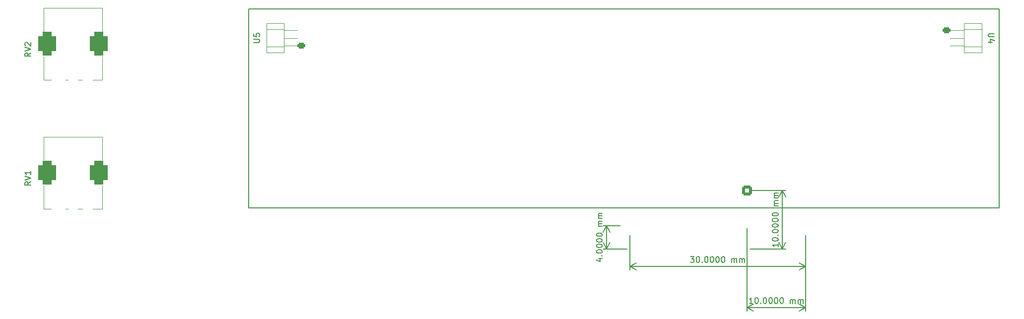
<source format=gto>
G04 #@! TF.GenerationSoftware,KiCad,Pcbnew,8.0.7*
G04 #@! TF.CreationDate,2025-06-18T23:26:37-07:00*
G04 #@! TF.ProjectId,ESP32_MIDI_Summer25_GTR.kicad_pro,45535033-325f-44d4-9944-495f53756d6d,rev?*
G04 #@! TF.SameCoordinates,Original*
G04 #@! TF.FileFunction,Legend,Top*
G04 #@! TF.FilePolarity,Positive*
%FSLAX46Y46*%
G04 Gerber Fmt 4.6, Leading zero omitted, Abs format (unit mm)*
G04 Created by KiCad (PCBNEW 8.0.7) date 2025-06-18 23:26:37*
%MOMM*%
%LPD*%
G01*
G04 APERTURE LIST*
G04 Aperture macros list*
%AMRoundRect*
0 Rectangle with rounded corners*
0 $1 Rounding radius*
0 $2 $3 $4 $5 $6 $7 $8 $9 X,Y pos of 4 corners*
0 Add a 4 corners polygon primitive as box body*
4,1,4,$2,$3,$4,$5,$6,$7,$8,$9,$2,$3,0*
0 Add four circle primitives for the rounded corners*
1,1,$1+$1,$2,$3*
1,1,$1+$1,$4,$5*
1,1,$1+$1,$6,$7*
1,1,$1+$1,$8,$9*
0 Add four rect primitives between the rounded corners*
20,1,$1+$1,$2,$3,$4,$5,0*
20,1,$1+$1,$4,$5,$6,$7,0*
20,1,$1+$1,$6,$7,$8,$9,0*
20,1,$1+$1,$8,$9,$2,$3,0*%
G04 Aperture macros list end*
%ADD10C,0.200000*%
%ADD11C,0.150000*%
%ADD12C,0.120000*%
%ADD13R,1.800000X1.800000*%
%ADD14C,1.800000*%
%ADD15RoundRect,0.750000X0.750000X-1.250000X0.750000X1.250000X-0.750000X1.250000X-0.750000X-1.250000X0*%
%ADD16C,3.200000*%
%ADD17C,4.300000*%
%ADD18RoundRect,0.249900X0.400100X-0.275100X0.400100X0.275100X-0.400100X0.275100X-0.400100X-0.275100X0*%
%ADD19O,1.300000X1.050000*%
%ADD20RoundRect,0.249900X-0.400100X0.275100X-0.400100X-0.275100X0.400100X-0.275100X0.400100X0.275100X0*%
%ADD21C,6.800000*%
%ADD22C,11.000000*%
%ADD23C,1.600000*%
%ADD24RoundRect,0.250000X0.600000X-0.600000X0.600000X0.600000X-0.600000X0.600000X-0.600000X-0.600000X0*%
%ADD25C,1.700000*%
%ADD26C,1.400000*%
%ADD27O,1.400000X1.400000*%
G04 APERTURE END LIST*
D10*
X89000000Y-77000000D02*
X217000000Y-77000000D01*
X217000000Y-111000000D01*
X89000000Y-111000000D01*
X89000000Y-77000000D01*
D11*
X179304819Y-117047618D02*
X179304819Y-117619046D01*
X179304819Y-117333332D02*
X178304819Y-117333332D01*
X178304819Y-117333332D02*
X178447676Y-117428570D01*
X178447676Y-117428570D02*
X178542914Y-117523808D01*
X178542914Y-117523808D02*
X178590533Y-117619046D01*
X178304819Y-116428570D02*
X178304819Y-116333332D01*
X178304819Y-116333332D02*
X178352438Y-116238094D01*
X178352438Y-116238094D02*
X178400057Y-116190475D01*
X178400057Y-116190475D02*
X178495295Y-116142856D01*
X178495295Y-116142856D02*
X178685771Y-116095237D01*
X178685771Y-116095237D02*
X178923866Y-116095237D01*
X178923866Y-116095237D02*
X179114342Y-116142856D01*
X179114342Y-116142856D02*
X179209580Y-116190475D01*
X179209580Y-116190475D02*
X179257200Y-116238094D01*
X179257200Y-116238094D02*
X179304819Y-116333332D01*
X179304819Y-116333332D02*
X179304819Y-116428570D01*
X179304819Y-116428570D02*
X179257200Y-116523808D01*
X179257200Y-116523808D02*
X179209580Y-116571427D01*
X179209580Y-116571427D02*
X179114342Y-116619046D01*
X179114342Y-116619046D02*
X178923866Y-116666665D01*
X178923866Y-116666665D02*
X178685771Y-116666665D01*
X178685771Y-116666665D02*
X178495295Y-116619046D01*
X178495295Y-116619046D02*
X178400057Y-116571427D01*
X178400057Y-116571427D02*
X178352438Y-116523808D01*
X178352438Y-116523808D02*
X178304819Y-116428570D01*
X179209580Y-115666665D02*
X179257200Y-115619046D01*
X179257200Y-115619046D02*
X179304819Y-115666665D01*
X179304819Y-115666665D02*
X179257200Y-115714284D01*
X179257200Y-115714284D02*
X179209580Y-115666665D01*
X179209580Y-115666665D02*
X179304819Y-115666665D01*
X178304819Y-114999999D02*
X178304819Y-114904761D01*
X178304819Y-114904761D02*
X178352438Y-114809523D01*
X178352438Y-114809523D02*
X178400057Y-114761904D01*
X178400057Y-114761904D02*
X178495295Y-114714285D01*
X178495295Y-114714285D02*
X178685771Y-114666666D01*
X178685771Y-114666666D02*
X178923866Y-114666666D01*
X178923866Y-114666666D02*
X179114342Y-114714285D01*
X179114342Y-114714285D02*
X179209580Y-114761904D01*
X179209580Y-114761904D02*
X179257200Y-114809523D01*
X179257200Y-114809523D02*
X179304819Y-114904761D01*
X179304819Y-114904761D02*
X179304819Y-114999999D01*
X179304819Y-114999999D02*
X179257200Y-115095237D01*
X179257200Y-115095237D02*
X179209580Y-115142856D01*
X179209580Y-115142856D02*
X179114342Y-115190475D01*
X179114342Y-115190475D02*
X178923866Y-115238094D01*
X178923866Y-115238094D02*
X178685771Y-115238094D01*
X178685771Y-115238094D02*
X178495295Y-115190475D01*
X178495295Y-115190475D02*
X178400057Y-115142856D01*
X178400057Y-115142856D02*
X178352438Y-115095237D01*
X178352438Y-115095237D02*
X178304819Y-114999999D01*
X178304819Y-114047618D02*
X178304819Y-113952380D01*
X178304819Y-113952380D02*
X178352438Y-113857142D01*
X178352438Y-113857142D02*
X178400057Y-113809523D01*
X178400057Y-113809523D02*
X178495295Y-113761904D01*
X178495295Y-113761904D02*
X178685771Y-113714285D01*
X178685771Y-113714285D02*
X178923866Y-113714285D01*
X178923866Y-113714285D02*
X179114342Y-113761904D01*
X179114342Y-113761904D02*
X179209580Y-113809523D01*
X179209580Y-113809523D02*
X179257200Y-113857142D01*
X179257200Y-113857142D02*
X179304819Y-113952380D01*
X179304819Y-113952380D02*
X179304819Y-114047618D01*
X179304819Y-114047618D02*
X179257200Y-114142856D01*
X179257200Y-114142856D02*
X179209580Y-114190475D01*
X179209580Y-114190475D02*
X179114342Y-114238094D01*
X179114342Y-114238094D02*
X178923866Y-114285713D01*
X178923866Y-114285713D02*
X178685771Y-114285713D01*
X178685771Y-114285713D02*
X178495295Y-114238094D01*
X178495295Y-114238094D02*
X178400057Y-114190475D01*
X178400057Y-114190475D02*
X178352438Y-114142856D01*
X178352438Y-114142856D02*
X178304819Y-114047618D01*
X178304819Y-113095237D02*
X178304819Y-112999999D01*
X178304819Y-112999999D02*
X178352438Y-112904761D01*
X178352438Y-112904761D02*
X178400057Y-112857142D01*
X178400057Y-112857142D02*
X178495295Y-112809523D01*
X178495295Y-112809523D02*
X178685771Y-112761904D01*
X178685771Y-112761904D02*
X178923866Y-112761904D01*
X178923866Y-112761904D02*
X179114342Y-112809523D01*
X179114342Y-112809523D02*
X179209580Y-112857142D01*
X179209580Y-112857142D02*
X179257200Y-112904761D01*
X179257200Y-112904761D02*
X179304819Y-112999999D01*
X179304819Y-112999999D02*
X179304819Y-113095237D01*
X179304819Y-113095237D02*
X179257200Y-113190475D01*
X179257200Y-113190475D02*
X179209580Y-113238094D01*
X179209580Y-113238094D02*
X179114342Y-113285713D01*
X179114342Y-113285713D02*
X178923866Y-113333332D01*
X178923866Y-113333332D02*
X178685771Y-113333332D01*
X178685771Y-113333332D02*
X178495295Y-113285713D01*
X178495295Y-113285713D02*
X178400057Y-113238094D01*
X178400057Y-113238094D02*
X178352438Y-113190475D01*
X178352438Y-113190475D02*
X178304819Y-113095237D01*
X178304819Y-112142856D02*
X178304819Y-112047618D01*
X178304819Y-112047618D02*
X178352438Y-111952380D01*
X178352438Y-111952380D02*
X178400057Y-111904761D01*
X178400057Y-111904761D02*
X178495295Y-111857142D01*
X178495295Y-111857142D02*
X178685771Y-111809523D01*
X178685771Y-111809523D02*
X178923866Y-111809523D01*
X178923866Y-111809523D02*
X179114342Y-111857142D01*
X179114342Y-111857142D02*
X179209580Y-111904761D01*
X179209580Y-111904761D02*
X179257200Y-111952380D01*
X179257200Y-111952380D02*
X179304819Y-112047618D01*
X179304819Y-112047618D02*
X179304819Y-112142856D01*
X179304819Y-112142856D02*
X179257200Y-112238094D01*
X179257200Y-112238094D02*
X179209580Y-112285713D01*
X179209580Y-112285713D02*
X179114342Y-112333332D01*
X179114342Y-112333332D02*
X178923866Y-112380951D01*
X178923866Y-112380951D02*
X178685771Y-112380951D01*
X178685771Y-112380951D02*
X178495295Y-112333332D01*
X178495295Y-112333332D02*
X178400057Y-112285713D01*
X178400057Y-112285713D02*
X178352438Y-112238094D01*
X178352438Y-112238094D02*
X178304819Y-112142856D01*
X179304819Y-110619046D02*
X178638152Y-110619046D01*
X178733390Y-110619046D02*
X178685771Y-110571427D01*
X178685771Y-110571427D02*
X178638152Y-110476189D01*
X178638152Y-110476189D02*
X178638152Y-110333332D01*
X178638152Y-110333332D02*
X178685771Y-110238094D01*
X178685771Y-110238094D02*
X178781009Y-110190475D01*
X178781009Y-110190475D02*
X179304819Y-110190475D01*
X178781009Y-110190475D02*
X178685771Y-110142856D01*
X178685771Y-110142856D02*
X178638152Y-110047618D01*
X178638152Y-110047618D02*
X178638152Y-109904761D01*
X178638152Y-109904761D02*
X178685771Y-109809522D01*
X178685771Y-109809522D02*
X178781009Y-109761903D01*
X178781009Y-109761903D02*
X179304819Y-109761903D01*
X179304819Y-109285713D02*
X178638152Y-109285713D01*
X178733390Y-109285713D02*
X178685771Y-109238094D01*
X178685771Y-109238094D02*
X178638152Y-109142856D01*
X178638152Y-109142856D02*
X178638152Y-108999999D01*
X178638152Y-108999999D02*
X178685771Y-108904761D01*
X178685771Y-108904761D02*
X178781009Y-108857142D01*
X178781009Y-108857142D02*
X179304819Y-108857142D01*
X178781009Y-108857142D02*
X178685771Y-108809523D01*
X178685771Y-108809523D02*
X178638152Y-108714285D01*
X178638152Y-108714285D02*
X178638152Y-108571428D01*
X178638152Y-108571428D02*
X178685771Y-108476189D01*
X178685771Y-108476189D02*
X178781009Y-108428570D01*
X178781009Y-108428570D02*
X179304819Y-108428570D01*
X174500000Y-108000000D02*
X180586420Y-108000000D01*
X174500000Y-118000000D02*
X180586420Y-118000000D01*
X180000000Y-108000000D02*
X180000000Y-118000000D01*
X180000000Y-108000000D02*
X180000000Y-118000000D01*
X180000000Y-108000000D02*
X180586421Y-109126504D01*
X180000000Y-108000000D02*
X179413579Y-109126504D01*
X180000000Y-118000000D02*
X179413579Y-116873496D01*
X180000000Y-118000000D02*
X180586421Y-116873496D01*
X174952381Y-127304819D02*
X174380953Y-127304819D01*
X174666667Y-127304819D02*
X174666667Y-126304819D01*
X174666667Y-126304819D02*
X174571429Y-126447676D01*
X174571429Y-126447676D02*
X174476191Y-126542914D01*
X174476191Y-126542914D02*
X174380953Y-126590533D01*
X175571429Y-126304819D02*
X175666667Y-126304819D01*
X175666667Y-126304819D02*
X175761905Y-126352438D01*
X175761905Y-126352438D02*
X175809524Y-126400057D01*
X175809524Y-126400057D02*
X175857143Y-126495295D01*
X175857143Y-126495295D02*
X175904762Y-126685771D01*
X175904762Y-126685771D02*
X175904762Y-126923866D01*
X175904762Y-126923866D02*
X175857143Y-127114342D01*
X175857143Y-127114342D02*
X175809524Y-127209580D01*
X175809524Y-127209580D02*
X175761905Y-127257200D01*
X175761905Y-127257200D02*
X175666667Y-127304819D01*
X175666667Y-127304819D02*
X175571429Y-127304819D01*
X175571429Y-127304819D02*
X175476191Y-127257200D01*
X175476191Y-127257200D02*
X175428572Y-127209580D01*
X175428572Y-127209580D02*
X175380953Y-127114342D01*
X175380953Y-127114342D02*
X175333334Y-126923866D01*
X175333334Y-126923866D02*
X175333334Y-126685771D01*
X175333334Y-126685771D02*
X175380953Y-126495295D01*
X175380953Y-126495295D02*
X175428572Y-126400057D01*
X175428572Y-126400057D02*
X175476191Y-126352438D01*
X175476191Y-126352438D02*
X175571429Y-126304819D01*
X176333334Y-127209580D02*
X176380953Y-127257200D01*
X176380953Y-127257200D02*
X176333334Y-127304819D01*
X176333334Y-127304819D02*
X176285715Y-127257200D01*
X176285715Y-127257200D02*
X176333334Y-127209580D01*
X176333334Y-127209580D02*
X176333334Y-127304819D01*
X177000000Y-126304819D02*
X177095238Y-126304819D01*
X177095238Y-126304819D02*
X177190476Y-126352438D01*
X177190476Y-126352438D02*
X177238095Y-126400057D01*
X177238095Y-126400057D02*
X177285714Y-126495295D01*
X177285714Y-126495295D02*
X177333333Y-126685771D01*
X177333333Y-126685771D02*
X177333333Y-126923866D01*
X177333333Y-126923866D02*
X177285714Y-127114342D01*
X177285714Y-127114342D02*
X177238095Y-127209580D01*
X177238095Y-127209580D02*
X177190476Y-127257200D01*
X177190476Y-127257200D02*
X177095238Y-127304819D01*
X177095238Y-127304819D02*
X177000000Y-127304819D01*
X177000000Y-127304819D02*
X176904762Y-127257200D01*
X176904762Y-127257200D02*
X176857143Y-127209580D01*
X176857143Y-127209580D02*
X176809524Y-127114342D01*
X176809524Y-127114342D02*
X176761905Y-126923866D01*
X176761905Y-126923866D02*
X176761905Y-126685771D01*
X176761905Y-126685771D02*
X176809524Y-126495295D01*
X176809524Y-126495295D02*
X176857143Y-126400057D01*
X176857143Y-126400057D02*
X176904762Y-126352438D01*
X176904762Y-126352438D02*
X177000000Y-126304819D01*
X177952381Y-126304819D02*
X178047619Y-126304819D01*
X178047619Y-126304819D02*
X178142857Y-126352438D01*
X178142857Y-126352438D02*
X178190476Y-126400057D01*
X178190476Y-126400057D02*
X178238095Y-126495295D01*
X178238095Y-126495295D02*
X178285714Y-126685771D01*
X178285714Y-126685771D02*
X178285714Y-126923866D01*
X178285714Y-126923866D02*
X178238095Y-127114342D01*
X178238095Y-127114342D02*
X178190476Y-127209580D01*
X178190476Y-127209580D02*
X178142857Y-127257200D01*
X178142857Y-127257200D02*
X178047619Y-127304819D01*
X178047619Y-127304819D02*
X177952381Y-127304819D01*
X177952381Y-127304819D02*
X177857143Y-127257200D01*
X177857143Y-127257200D02*
X177809524Y-127209580D01*
X177809524Y-127209580D02*
X177761905Y-127114342D01*
X177761905Y-127114342D02*
X177714286Y-126923866D01*
X177714286Y-126923866D02*
X177714286Y-126685771D01*
X177714286Y-126685771D02*
X177761905Y-126495295D01*
X177761905Y-126495295D02*
X177809524Y-126400057D01*
X177809524Y-126400057D02*
X177857143Y-126352438D01*
X177857143Y-126352438D02*
X177952381Y-126304819D01*
X178904762Y-126304819D02*
X179000000Y-126304819D01*
X179000000Y-126304819D02*
X179095238Y-126352438D01*
X179095238Y-126352438D02*
X179142857Y-126400057D01*
X179142857Y-126400057D02*
X179190476Y-126495295D01*
X179190476Y-126495295D02*
X179238095Y-126685771D01*
X179238095Y-126685771D02*
X179238095Y-126923866D01*
X179238095Y-126923866D02*
X179190476Y-127114342D01*
X179190476Y-127114342D02*
X179142857Y-127209580D01*
X179142857Y-127209580D02*
X179095238Y-127257200D01*
X179095238Y-127257200D02*
X179000000Y-127304819D01*
X179000000Y-127304819D02*
X178904762Y-127304819D01*
X178904762Y-127304819D02*
X178809524Y-127257200D01*
X178809524Y-127257200D02*
X178761905Y-127209580D01*
X178761905Y-127209580D02*
X178714286Y-127114342D01*
X178714286Y-127114342D02*
X178666667Y-126923866D01*
X178666667Y-126923866D02*
X178666667Y-126685771D01*
X178666667Y-126685771D02*
X178714286Y-126495295D01*
X178714286Y-126495295D02*
X178761905Y-126400057D01*
X178761905Y-126400057D02*
X178809524Y-126352438D01*
X178809524Y-126352438D02*
X178904762Y-126304819D01*
X179857143Y-126304819D02*
X179952381Y-126304819D01*
X179952381Y-126304819D02*
X180047619Y-126352438D01*
X180047619Y-126352438D02*
X180095238Y-126400057D01*
X180095238Y-126400057D02*
X180142857Y-126495295D01*
X180142857Y-126495295D02*
X180190476Y-126685771D01*
X180190476Y-126685771D02*
X180190476Y-126923866D01*
X180190476Y-126923866D02*
X180142857Y-127114342D01*
X180142857Y-127114342D02*
X180095238Y-127209580D01*
X180095238Y-127209580D02*
X180047619Y-127257200D01*
X180047619Y-127257200D02*
X179952381Y-127304819D01*
X179952381Y-127304819D02*
X179857143Y-127304819D01*
X179857143Y-127304819D02*
X179761905Y-127257200D01*
X179761905Y-127257200D02*
X179714286Y-127209580D01*
X179714286Y-127209580D02*
X179666667Y-127114342D01*
X179666667Y-127114342D02*
X179619048Y-126923866D01*
X179619048Y-126923866D02*
X179619048Y-126685771D01*
X179619048Y-126685771D02*
X179666667Y-126495295D01*
X179666667Y-126495295D02*
X179714286Y-126400057D01*
X179714286Y-126400057D02*
X179761905Y-126352438D01*
X179761905Y-126352438D02*
X179857143Y-126304819D01*
X181380953Y-127304819D02*
X181380953Y-126638152D01*
X181380953Y-126733390D02*
X181428572Y-126685771D01*
X181428572Y-126685771D02*
X181523810Y-126638152D01*
X181523810Y-126638152D02*
X181666667Y-126638152D01*
X181666667Y-126638152D02*
X181761905Y-126685771D01*
X181761905Y-126685771D02*
X181809524Y-126781009D01*
X181809524Y-126781009D02*
X181809524Y-127304819D01*
X181809524Y-126781009D02*
X181857143Y-126685771D01*
X181857143Y-126685771D02*
X181952381Y-126638152D01*
X181952381Y-126638152D02*
X182095238Y-126638152D01*
X182095238Y-126638152D02*
X182190477Y-126685771D01*
X182190477Y-126685771D02*
X182238096Y-126781009D01*
X182238096Y-126781009D02*
X182238096Y-127304819D01*
X182714286Y-127304819D02*
X182714286Y-126638152D01*
X182714286Y-126733390D02*
X182761905Y-126685771D01*
X182761905Y-126685771D02*
X182857143Y-126638152D01*
X182857143Y-126638152D02*
X183000000Y-126638152D01*
X183000000Y-126638152D02*
X183095238Y-126685771D01*
X183095238Y-126685771D02*
X183142857Y-126781009D01*
X183142857Y-126781009D02*
X183142857Y-127304819D01*
X183142857Y-126781009D02*
X183190476Y-126685771D01*
X183190476Y-126685771D02*
X183285714Y-126638152D01*
X183285714Y-126638152D02*
X183428571Y-126638152D01*
X183428571Y-126638152D02*
X183523810Y-126685771D01*
X183523810Y-126685771D02*
X183571429Y-126781009D01*
X183571429Y-126781009D02*
X183571429Y-127304819D01*
X184000000Y-114500000D02*
X184000000Y-128586420D01*
X174000000Y-114500000D02*
X174000000Y-128586420D01*
X184000000Y-128000000D02*
X174000000Y-128000000D01*
X184000000Y-128000000D02*
X174000000Y-128000000D01*
X184000000Y-128000000D02*
X182873496Y-128586421D01*
X184000000Y-128000000D02*
X182873496Y-127413579D01*
X174000000Y-128000000D02*
X175126504Y-127413579D01*
X174000000Y-128000000D02*
X175126504Y-128586421D01*
X148638152Y-119666666D02*
X149304819Y-119666666D01*
X148257200Y-119904761D02*
X148971485Y-120142856D01*
X148971485Y-120142856D02*
X148971485Y-119523809D01*
X149209580Y-119142856D02*
X149257200Y-119095237D01*
X149257200Y-119095237D02*
X149304819Y-119142856D01*
X149304819Y-119142856D02*
X149257200Y-119190475D01*
X149257200Y-119190475D02*
X149209580Y-119142856D01*
X149209580Y-119142856D02*
X149304819Y-119142856D01*
X148304819Y-118476190D02*
X148304819Y-118380952D01*
X148304819Y-118380952D02*
X148352438Y-118285714D01*
X148352438Y-118285714D02*
X148400057Y-118238095D01*
X148400057Y-118238095D02*
X148495295Y-118190476D01*
X148495295Y-118190476D02*
X148685771Y-118142857D01*
X148685771Y-118142857D02*
X148923866Y-118142857D01*
X148923866Y-118142857D02*
X149114342Y-118190476D01*
X149114342Y-118190476D02*
X149209580Y-118238095D01*
X149209580Y-118238095D02*
X149257200Y-118285714D01*
X149257200Y-118285714D02*
X149304819Y-118380952D01*
X149304819Y-118380952D02*
X149304819Y-118476190D01*
X149304819Y-118476190D02*
X149257200Y-118571428D01*
X149257200Y-118571428D02*
X149209580Y-118619047D01*
X149209580Y-118619047D02*
X149114342Y-118666666D01*
X149114342Y-118666666D02*
X148923866Y-118714285D01*
X148923866Y-118714285D02*
X148685771Y-118714285D01*
X148685771Y-118714285D02*
X148495295Y-118666666D01*
X148495295Y-118666666D02*
X148400057Y-118619047D01*
X148400057Y-118619047D02*
X148352438Y-118571428D01*
X148352438Y-118571428D02*
X148304819Y-118476190D01*
X148304819Y-117523809D02*
X148304819Y-117428571D01*
X148304819Y-117428571D02*
X148352438Y-117333333D01*
X148352438Y-117333333D02*
X148400057Y-117285714D01*
X148400057Y-117285714D02*
X148495295Y-117238095D01*
X148495295Y-117238095D02*
X148685771Y-117190476D01*
X148685771Y-117190476D02*
X148923866Y-117190476D01*
X148923866Y-117190476D02*
X149114342Y-117238095D01*
X149114342Y-117238095D02*
X149209580Y-117285714D01*
X149209580Y-117285714D02*
X149257200Y-117333333D01*
X149257200Y-117333333D02*
X149304819Y-117428571D01*
X149304819Y-117428571D02*
X149304819Y-117523809D01*
X149304819Y-117523809D02*
X149257200Y-117619047D01*
X149257200Y-117619047D02*
X149209580Y-117666666D01*
X149209580Y-117666666D02*
X149114342Y-117714285D01*
X149114342Y-117714285D02*
X148923866Y-117761904D01*
X148923866Y-117761904D02*
X148685771Y-117761904D01*
X148685771Y-117761904D02*
X148495295Y-117714285D01*
X148495295Y-117714285D02*
X148400057Y-117666666D01*
X148400057Y-117666666D02*
X148352438Y-117619047D01*
X148352438Y-117619047D02*
X148304819Y-117523809D01*
X148304819Y-116571428D02*
X148304819Y-116476190D01*
X148304819Y-116476190D02*
X148352438Y-116380952D01*
X148352438Y-116380952D02*
X148400057Y-116333333D01*
X148400057Y-116333333D02*
X148495295Y-116285714D01*
X148495295Y-116285714D02*
X148685771Y-116238095D01*
X148685771Y-116238095D02*
X148923866Y-116238095D01*
X148923866Y-116238095D02*
X149114342Y-116285714D01*
X149114342Y-116285714D02*
X149209580Y-116333333D01*
X149209580Y-116333333D02*
X149257200Y-116380952D01*
X149257200Y-116380952D02*
X149304819Y-116476190D01*
X149304819Y-116476190D02*
X149304819Y-116571428D01*
X149304819Y-116571428D02*
X149257200Y-116666666D01*
X149257200Y-116666666D02*
X149209580Y-116714285D01*
X149209580Y-116714285D02*
X149114342Y-116761904D01*
X149114342Y-116761904D02*
X148923866Y-116809523D01*
X148923866Y-116809523D02*
X148685771Y-116809523D01*
X148685771Y-116809523D02*
X148495295Y-116761904D01*
X148495295Y-116761904D02*
X148400057Y-116714285D01*
X148400057Y-116714285D02*
X148352438Y-116666666D01*
X148352438Y-116666666D02*
X148304819Y-116571428D01*
X148304819Y-115619047D02*
X148304819Y-115523809D01*
X148304819Y-115523809D02*
X148352438Y-115428571D01*
X148352438Y-115428571D02*
X148400057Y-115380952D01*
X148400057Y-115380952D02*
X148495295Y-115333333D01*
X148495295Y-115333333D02*
X148685771Y-115285714D01*
X148685771Y-115285714D02*
X148923866Y-115285714D01*
X148923866Y-115285714D02*
X149114342Y-115333333D01*
X149114342Y-115333333D02*
X149209580Y-115380952D01*
X149209580Y-115380952D02*
X149257200Y-115428571D01*
X149257200Y-115428571D02*
X149304819Y-115523809D01*
X149304819Y-115523809D02*
X149304819Y-115619047D01*
X149304819Y-115619047D02*
X149257200Y-115714285D01*
X149257200Y-115714285D02*
X149209580Y-115761904D01*
X149209580Y-115761904D02*
X149114342Y-115809523D01*
X149114342Y-115809523D02*
X148923866Y-115857142D01*
X148923866Y-115857142D02*
X148685771Y-115857142D01*
X148685771Y-115857142D02*
X148495295Y-115809523D01*
X148495295Y-115809523D02*
X148400057Y-115761904D01*
X148400057Y-115761904D02*
X148352438Y-115714285D01*
X148352438Y-115714285D02*
X148304819Y-115619047D01*
X149304819Y-114095237D02*
X148638152Y-114095237D01*
X148733390Y-114095237D02*
X148685771Y-114047618D01*
X148685771Y-114047618D02*
X148638152Y-113952380D01*
X148638152Y-113952380D02*
X148638152Y-113809523D01*
X148638152Y-113809523D02*
X148685771Y-113714285D01*
X148685771Y-113714285D02*
X148781009Y-113666666D01*
X148781009Y-113666666D02*
X149304819Y-113666666D01*
X148781009Y-113666666D02*
X148685771Y-113619047D01*
X148685771Y-113619047D02*
X148638152Y-113523809D01*
X148638152Y-113523809D02*
X148638152Y-113380952D01*
X148638152Y-113380952D02*
X148685771Y-113285713D01*
X148685771Y-113285713D02*
X148781009Y-113238094D01*
X148781009Y-113238094D02*
X149304819Y-113238094D01*
X149304819Y-112761904D02*
X148638152Y-112761904D01*
X148733390Y-112761904D02*
X148685771Y-112714285D01*
X148685771Y-112714285D02*
X148638152Y-112619047D01*
X148638152Y-112619047D02*
X148638152Y-112476190D01*
X148638152Y-112476190D02*
X148685771Y-112380952D01*
X148685771Y-112380952D02*
X148781009Y-112333333D01*
X148781009Y-112333333D02*
X149304819Y-112333333D01*
X148781009Y-112333333D02*
X148685771Y-112285714D01*
X148685771Y-112285714D02*
X148638152Y-112190476D01*
X148638152Y-112190476D02*
X148638152Y-112047619D01*
X148638152Y-112047619D02*
X148685771Y-111952380D01*
X148685771Y-111952380D02*
X148781009Y-111904761D01*
X148781009Y-111904761D02*
X149304819Y-111904761D01*
X153500000Y-114000000D02*
X149413580Y-114000000D01*
X153500000Y-118000000D02*
X149413580Y-118000000D01*
X150000000Y-114000000D02*
X150000000Y-118000000D01*
X150000000Y-114000000D02*
X150000000Y-118000000D01*
X150000000Y-114000000D02*
X150586421Y-115126504D01*
X150000000Y-114000000D02*
X149413579Y-115126504D01*
X150000000Y-118000000D02*
X149413579Y-116873496D01*
X150000000Y-118000000D02*
X150586421Y-116873496D01*
X164333334Y-119304818D02*
X164952381Y-119304818D01*
X164952381Y-119304818D02*
X164619048Y-119685770D01*
X164619048Y-119685770D02*
X164761905Y-119685770D01*
X164761905Y-119685770D02*
X164857143Y-119733389D01*
X164857143Y-119733389D02*
X164904762Y-119781008D01*
X164904762Y-119781008D02*
X164952381Y-119876246D01*
X164952381Y-119876246D02*
X164952381Y-120114341D01*
X164952381Y-120114341D02*
X164904762Y-120209579D01*
X164904762Y-120209579D02*
X164857143Y-120257199D01*
X164857143Y-120257199D02*
X164761905Y-120304818D01*
X164761905Y-120304818D02*
X164476191Y-120304818D01*
X164476191Y-120304818D02*
X164380953Y-120257199D01*
X164380953Y-120257199D02*
X164333334Y-120209579D01*
X165571429Y-119304818D02*
X165666667Y-119304818D01*
X165666667Y-119304818D02*
X165761905Y-119352437D01*
X165761905Y-119352437D02*
X165809524Y-119400056D01*
X165809524Y-119400056D02*
X165857143Y-119495294D01*
X165857143Y-119495294D02*
X165904762Y-119685770D01*
X165904762Y-119685770D02*
X165904762Y-119923865D01*
X165904762Y-119923865D02*
X165857143Y-120114341D01*
X165857143Y-120114341D02*
X165809524Y-120209579D01*
X165809524Y-120209579D02*
X165761905Y-120257199D01*
X165761905Y-120257199D02*
X165666667Y-120304818D01*
X165666667Y-120304818D02*
X165571429Y-120304818D01*
X165571429Y-120304818D02*
X165476191Y-120257199D01*
X165476191Y-120257199D02*
X165428572Y-120209579D01*
X165428572Y-120209579D02*
X165380953Y-120114341D01*
X165380953Y-120114341D02*
X165333334Y-119923865D01*
X165333334Y-119923865D02*
X165333334Y-119685770D01*
X165333334Y-119685770D02*
X165380953Y-119495294D01*
X165380953Y-119495294D02*
X165428572Y-119400056D01*
X165428572Y-119400056D02*
X165476191Y-119352437D01*
X165476191Y-119352437D02*
X165571429Y-119304818D01*
X166333334Y-120209579D02*
X166380953Y-120257199D01*
X166380953Y-120257199D02*
X166333334Y-120304818D01*
X166333334Y-120304818D02*
X166285715Y-120257199D01*
X166285715Y-120257199D02*
X166333334Y-120209579D01*
X166333334Y-120209579D02*
X166333334Y-120304818D01*
X167000000Y-119304818D02*
X167095238Y-119304818D01*
X167095238Y-119304818D02*
X167190476Y-119352437D01*
X167190476Y-119352437D02*
X167238095Y-119400056D01*
X167238095Y-119400056D02*
X167285714Y-119495294D01*
X167285714Y-119495294D02*
X167333333Y-119685770D01*
X167333333Y-119685770D02*
X167333333Y-119923865D01*
X167333333Y-119923865D02*
X167285714Y-120114341D01*
X167285714Y-120114341D02*
X167238095Y-120209579D01*
X167238095Y-120209579D02*
X167190476Y-120257199D01*
X167190476Y-120257199D02*
X167095238Y-120304818D01*
X167095238Y-120304818D02*
X167000000Y-120304818D01*
X167000000Y-120304818D02*
X166904762Y-120257199D01*
X166904762Y-120257199D02*
X166857143Y-120209579D01*
X166857143Y-120209579D02*
X166809524Y-120114341D01*
X166809524Y-120114341D02*
X166761905Y-119923865D01*
X166761905Y-119923865D02*
X166761905Y-119685770D01*
X166761905Y-119685770D02*
X166809524Y-119495294D01*
X166809524Y-119495294D02*
X166857143Y-119400056D01*
X166857143Y-119400056D02*
X166904762Y-119352437D01*
X166904762Y-119352437D02*
X167000000Y-119304818D01*
X167952381Y-119304818D02*
X168047619Y-119304818D01*
X168047619Y-119304818D02*
X168142857Y-119352437D01*
X168142857Y-119352437D02*
X168190476Y-119400056D01*
X168190476Y-119400056D02*
X168238095Y-119495294D01*
X168238095Y-119495294D02*
X168285714Y-119685770D01*
X168285714Y-119685770D02*
X168285714Y-119923865D01*
X168285714Y-119923865D02*
X168238095Y-120114341D01*
X168238095Y-120114341D02*
X168190476Y-120209579D01*
X168190476Y-120209579D02*
X168142857Y-120257199D01*
X168142857Y-120257199D02*
X168047619Y-120304818D01*
X168047619Y-120304818D02*
X167952381Y-120304818D01*
X167952381Y-120304818D02*
X167857143Y-120257199D01*
X167857143Y-120257199D02*
X167809524Y-120209579D01*
X167809524Y-120209579D02*
X167761905Y-120114341D01*
X167761905Y-120114341D02*
X167714286Y-119923865D01*
X167714286Y-119923865D02*
X167714286Y-119685770D01*
X167714286Y-119685770D02*
X167761905Y-119495294D01*
X167761905Y-119495294D02*
X167809524Y-119400056D01*
X167809524Y-119400056D02*
X167857143Y-119352437D01*
X167857143Y-119352437D02*
X167952381Y-119304818D01*
X168904762Y-119304818D02*
X169000000Y-119304818D01*
X169000000Y-119304818D02*
X169095238Y-119352437D01*
X169095238Y-119352437D02*
X169142857Y-119400056D01*
X169142857Y-119400056D02*
X169190476Y-119495294D01*
X169190476Y-119495294D02*
X169238095Y-119685770D01*
X169238095Y-119685770D02*
X169238095Y-119923865D01*
X169238095Y-119923865D02*
X169190476Y-120114341D01*
X169190476Y-120114341D02*
X169142857Y-120209579D01*
X169142857Y-120209579D02*
X169095238Y-120257199D01*
X169095238Y-120257199D02*
X169000000Y-120304818D01*
X169000000Y-120304818D02*
X168904762Y-120304818D01*
X168904762Y-120304818D02*
X168809524Y-120257199D01*
X168809524Y-120257199D02*
X168761905Y-120209579D01*
X168761905Y-120209579D02*
X168714286Y-120114341D01*
X168714286Y-120114341D02*
X168666667Y-119923865D01*
X168666667Y-119923865D02*
X168666667Y-119685770D01*
X168666667Y-119685770D02*
X168714286Y-119495294D01*
X168714286Y-119495294D02*
X168761905Y-119400056D01*
X168761905Y-119400056D02*
X168809524Y-119352437D01*
X168809524Y-119352437D02*
X168904762Y-119304818D01*
X169857143Y-119304818D02*
X169952381Y-119304818D01*
X169952381Y-119304818D02*
X170047619Y-119352437D01*
X170047619Y-119352437D02*
X170095238Y-119400056D01*
X170095238Y-119400056D02*
X170142857Y-119495294D01*
X170142857Y-119495294D02*
X170190476Y-119685770D01*
X170190476Y-119685770D02*
X170190476Y-119923865D01*
X170190476Y-119923865D02*
X170142857Y-120114341D01*
X170142857Y-120114341D02*
X170095238Y-120209579D01*
X170095238Y-120209579D02*
X170047619Y-120257199D01*
X170047619Y-120257199D02*
X169952381Y-120304818D01*
X169952381Y-120304818D02*
X169857143Y-120304818D01*
X169857143Y-120304818D02*
X169761905Y-120257199D01*
X169761905Y-120257199D02*
X169714286Y-120209579D01*
X169714286Y-120209579D02*
X169666667Y-120114341D01*
X169666667Y-120114341D02*
X169619048Y-119923865D01*
X169619048Y-119923865D02*
X169619048Y-119685770D01*
X169619048Y-119685770D02*
X169666667Y-119495294D01*
X169666667Y-119495294D02*
X169714286Y-119400056D01*
X169714286Y-119400056D02*
X169761905Y-119352437D01*
X169761905Y-119352437D02*
X169857143Y-119304818D01*
X171380953Y-120304818D02*
X171380953Y-119638151D01*
X171380953Y-119733389D02*
X171428572Y-119685770D01*
X171428572Y-119685770D02*
X171523810Y-119638151D01*
X171523810Y-119638151D02*
X171666667Y-119638151D01*
X171666667Y-119638151D02*
X171761905Y-119685770D01*
X171761905Y-119685770D02*
X171809524Y-119781008D01*
X171809524Y-119781008D02*
X171809524Y-120304818D01*
X171809524Y-119781008D02*
X171857143Y-119685770D01*
X171857143Y-119685770D02*
X171952381Y-119638151D01*
X171952381Y-119638151D02*
X172095238Y-119638151D01*
X172095238Y-119638151D02*
X172190477Y-119685770D01*
X172190477Y-119685770D02*
X172238096Y-119781008D01*
X172238096Y-119781008D02*
X172238096Y-120304818D01*
X172714286Y-120304818D02*
X172714286Y-119638151D01*
X172714286Y-119733389D02*
X172761905Y-119685770D01*
X172761905Y-119685770D02*
X172857143Y-119638151D01*
X172857143Y-119638151D02*
X173000000Y-119638151D01*
X173000000Y-119638151D02*
X173095238Y-119685770D01*
X173095238Y-119685770D02*
X173142857Y-119781008D01*
X173142857Y-119781008D02*
X173142857Y-120304818D01*
X173142857Y-119781008D02*
X173190476Y-119685770D01*
X173190476Y-119685770D02*
X173285714Y-119638151D01*
X173285714Y-119638151D02*
X173428571Y-119638151D01*
X173428571Y-119638151D02*
X173523810Y-119685770D01*
X173523810Y-119685770D02*
X173571429Y-119781008D01*
X173571429Y-119781008D02*
X173571429Y-120304818D01*
X154000000Y-114500000D02*
X154000000Y-121586419D01*
X184000000Y-114500000D02*
X184000000Y-121586419D01*
X154000000Y-120999999D02*
X184000000Y-120999999D01*
X154000000Y-120999999D02*
X184000000Y-120999999D01*
X154000000Y-120999999D02*
X155126504Y-120413578D01*
X154000000Y-120999999D02*
X155126504Y-121586420D01*
X184000000Y-120999999D02*
X182873496Y-121586420D01*
X184000000Y-120999999D02*
X182873496Y-120413578D01*
X51804819Y-106545238D02*
X51328628Y-106878571D01*
X51804819Y-107116666D02*
X50804819Y-107116666D01*
X50804819Y-107116666D02*
X50804819Y-106735714D01*
X50804819Y-106735714D02*
X50852438Y-106640476D01*
X50852438Y-106640476D02*
X50900057Y-106592857D01*
X50900057Y-106592857D02*
X50995295Y-106545238D01*
X50995295Y-106545238D02*
X51138152Y-106545238D01*
X51138152Y-106545238D02*
X51233390Y-106592857D01*
X51233390Y-106592857D02*
X51281009Y-106640476D01*
X51281009Y-106640476D02*
X51328628Y-106735714D01*
X51328628Y-106735714D02*
X51328628Y-107116666D01*
X50804819Y-106259523D02*
X51804819Y-105926190D01*
X51804819Y-105926190D02*
X50804819Y-105592857D01*
X51804819Y-104735714D02*
X51804819Y-105307142D01*
X51804819Y-105021428D02*
X50804819Y-105021428D01*
X50804819Y-105021428D02*
X50947676Y-105116666D01*
X50947676Y-105116666D02*
X51042914Y-105211904D01*
X51042914Y-105211904D02*
X51090533Y-105307142D01*
X89834819Y-82761904D02*
X90644342Y-82761904D01*
X90644342Y-82761904D02*
X90739580Y-82714285D01*
X90739580Y-82714285D02*
X90787200Y-82666666D01*
X90787200Y-82666666D02*
X90834819Y-82571428D01*
X90834819Y-82571428D02*
X90834819Y-82380952D01*
X90834819Y-82380952D02*
X90787200Y-82285714D01*
X90787200Y-82285714D02*
X90739580Y-82238095D01*
X90739580Y-82238095D02*
X90644342Y-82190476D01*
X90644342Y-82190476D02*
X89834819Y-82190476D01*
X89834819Y-81238095D02*
X89834819Y-81714285D01*
X89834819Y-81714285D02*
X90311009Y-81761904D01*
X90311009Y-81761904D02*
X90263390Y-81714285D01*
X90263390Y-81714285D02*
X90215771Y-81619047D01*
X90215771Y-81619047D02*
X90215771Y-81380952D01*
X90215771Y-81380952D02*
X90263390Y-81285714D01*
X90263390Y-81285714D02*
X90311009Y-81238095D01*
X90311009Y-81238095D02*
X90406247Y-81190476D01*
X90406247Y-81190476D02*
X90644342Y-81190476D01*
X90644342Y-81190476D02*
X90739580Y-81238095D01*
X90739580Y-81238095D02*
X90787200Y-81285714D01*
X90787200Y-81285714D02*
X90834819Y-81380952D01*
X90834819Y-81380952D02*
X90834819Y-81619047D01*
X90834819Y-81619047D02*
X90787200Y-81714285D01*
X90787200Y-81714285D02*
X90739580Y-81761904D01*
X216165180Y-81238095D02*
X215355657Y-81238095D01*
X215355657Y-81238095D02*
X215260419Y-81285714D01*
X215260419Y-81285714D02*
X215212800Y-81333333D01*
X215212800Y-81333333D02*
X215165180Y-81428571D01*
X215165180Y-81428571D02*
X215165180Y-81619047D01*
X215165180Y-81619047D02*
X215212800Y-81714285D01*
X215212800Y-81714285D02*
X215260419Y-81761904D01*
X215260419Y-81761904D02*
X215355657Y-81809523D01*
X215355657Y-81809523D02*
X216165180Y-81809523D01*
X215831847Y-82714285D02*
X215165180Y-82714285D01*
X216212800Y-82476190D02*
X215498514Y-82238095D01*
X215498514Y-82238095D02*
X215498514Y-82857142D01*
X51804819Y-84545238D02*
X51328628Y-84878571D01*
X51804819Y-85116666D02*
X50804819Y-85116666D01*
X50804819Y-85116666D02*
X50804819Y-84735714D01*
X50804819Y-84735714D02*
X50852438Y-84640476D01*
X50852438Y-84640476D02*
X50900057Y-84592857D01*
X50900057Y-84592857D02*
X50995295Y-84545238D01*
X50995295Y-84545238D02*
X51138152Y-84545238D01*
X51138152Y-84545238D02*
X51233390Y-84592857D01*
X51233390Y-84592857D02*
X51281009Y-84640476D01*
X51281009Y-84640476D02*
X51328628Y-84735714D01*
X51328628Y-84735714D02*
X51328628Y-85116666D01*
X50804819Y-84259523D02*
X51804819Y-83926190D01*
X51804819Y-83926190D02*
X50804819Y-83592857D01*
X50900057Y-83307142D02*
X50852438Y-83259523D01*
X50852438Y-83259523D02*
X50804819Y-83164285D01*
X50804819Y-83164285D02*
X50804819Y-82926190D01*
X50804819Y-82926190D02*
X50852438Y-82830952D01*
X50852438Y-82830952D02*
X50900057Y-82783333D01*
X50900057Y-82783333D02*
X50995295Y-82735714D01*
X50995295Y-82735714D02*
X51090533Y-82735714D01*
X51090533Y-82735714D02*
X51233390Y-82783333D01*
X51233390Y-82783333D02*
X51804819Y-83354761D01*
X51804819Y-83354761D02*
X51804819Y-82735714D01*
D12*
X53979000Y-98880000D02*
X64020000Y-98880000D01*
X53979000Y-102816000D02*
X53979000Y-98880000D01*
X53979000Y-111120000D02*
X53979000Y-107183000D01*
X53979000Y-111120000D02*
X55300000Y-111120000D01*
X57750000Y-111120000D02*
X58130000Y-111120000D01*
X59871000Y-111120000D02*
X60630000Y-111120000D01*
X62370000Y-111120000D02*
X64020000Y-111120000D01*
X64020000Y-102816000D02*
X64020000Y-98880000D01*
X64020000Y-111120000D02*
X64020000Y-107183000D01*
X92000000Y-80500000D02*
X95000000Y-80500000D01*
X92000000Y-83500000D02*
X95000000Y-83500000D01*
X97500000Y-80700000D02*
X95000000Y-80700000D01*
X97500000Y-82000000D02*
X95000000Y-82000000D01*
X97500000Y-83300000D02*
X95000000Y-83300000D01*
X92000000Y-84500000D02*
X95000000Y-84500000D01*
X95000000Y-79500000D01*
X92000000Y-79500000D01*
X92000000Y-84500000D01*
X208500000Y-80700000D02*
X211000000Y-80700000D01*
X208500000Y-82000000D02*
X211000000Y-82000000D01*
X208500000Y-83300000D02*
X211000000Y-83300000D01*
X214000000Y-80500000D02*
X211000000Y-80500000D01*
X214000000Y-83500000D02*
X211000000Y-83500000D01*
X214000000Y-79500000D02*
X211000000Y-79500000D01*
X211000000Y-84500000D01*
X214000000Y-84500000D01*
X214000000Y-79500000D01*
X53979000Y-76880000D02*
X64020000Y-76880000D01*
X53979000Y-80816000D02*
X53979000Y-76880000D01*
X53979000Y-89120000D02*
X53979000Y-85183000D01*
X53979000Y-89120000D02*
X55300000Y-89120000D01*
X57750000Y-89120000D02*
X58130000Y-89120000D01*
X59871000Y-89120000D02*
X60630000Y-89120000D01*
X62370000Y-89120000D02*
X64020000Y-89120000D01*
X64020000Y-80816000D02*
X64020000Y-76880000D01*
X64020000Y-89120000D02*
X64020000Y-85183000D01*
%LPC*%
D13*
X56500000Y-112000000D03*
D14*
X59000000Y-112000000D03*
X61500000Y-112000000D03*
D15*
X54600000Y-105000000D03*
X63400000Y-105000000D03*
D16*
X153000000Y-84000000D03*
D17*
X222000000Y-114000000D03*
D18*
X98000000Y-83300000D03*
D19*
X98000000Y-82000000D03*
X98000000Y-80700000D03*
D20*
X208000000Y-80700000D03*
D19*
X208000000Y-82000000D03*
X208000000Y-83300000D03*
D21*
X78000000Y-105000000D03*
D22*
X78000000Y-105000000D03*
D17*
X222000000Y-74000000D03*
D16*
X154000000Y-114000000D03*
X153000000Y-104000000D03*
D13*
X56500000Y-90000000D03*
D14*
X59000000Y-90000000D03*
X61500000Y-90000000D03*
D15*
X63400000Y-83000000D03*
X54600000Y-82950000D03*
D17*
X48000000Y-114000000D03*
D21*
X78000000Y-83000000D03*
D22*
X78000000Y-83000000D03*
D16*
X184000000Y-114000000D03*
D17*
X48000000Y-74000000D03*
D23*
X209500000Y-86500000D03*
X214500000Y-86500000D03*
D24*
X174000000Y-108000000D03*
D25*
X174000000Y-105460000D03*
X171460000Y-108000000D03*
X171460000Y-105460000D03*
X168920000Y-108000000D03*
X168920000Y-105460000D03*
X166380000Y-108000000D03*
X166380000Y-105460000D03*
X163840000Y-108000000D03*
X163840000Y-105460000D03*
D26*
X189310000Y-105500000D03*
D27*
X181690000Y-105500000D03*
D23*
X96500000Y-88500000D03*
X91500000Y-88500000D03*
D26*
X189310000Y-108500000D03*
D27*
X181690000Y-108500000D03*
%LPD*%
M02*

</source>
